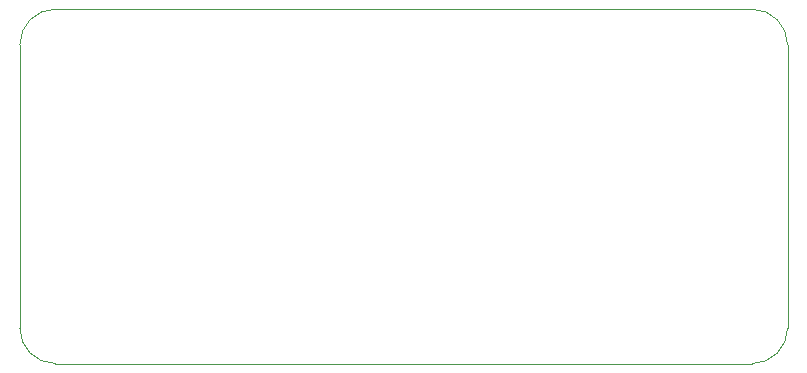
<source format=gm1>
G04 Layer_Color=48896*
%FSAX24Y24*%
%MOIN*%
G70*
G01*
G75*
%ADD56C,0.0039*%
D56*
X064961Y038189D02*
G03*
X063780Y039370I-001181J000000D01*
G01*
X063780Y027559D02*
G03*
X064961Y028740I000000J001181D01*
G01*
X039370Y028740D02*
G03*
X040551Y027559I001181J000000D01*
G01*
X040551Y039370D02*
G03*
X039370Y038189I000000J-001181D01*
G01*
X040551Y039370D02*
X063780D01*
X039370Y028740D02*
Y038189D01*
X040551Y027559D02*
X063780D01*
X064961Y028740D02*
Y038189D01*
M02*

</source>
